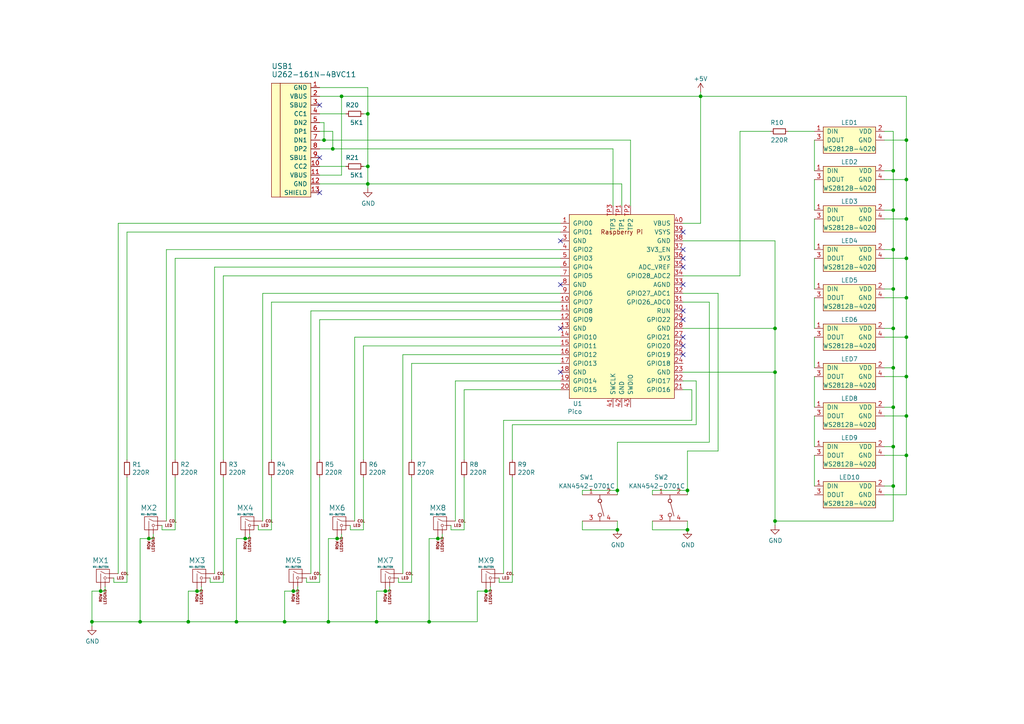
<source format=kicad_sch>
(kicad_sch (version 20211123) (generator eeschema)
  (paper "A4")
  (lib_symbols
    (symbol "Device:R_Small" (pin_numbers hide) (pin_names (offset 0.254) hide)
      (property "Reference" "R" (at 0.762 0.508 0))
      (property "Value" "R_Small" (at 0.762 -1.016 0))
      (symbol "R_Small_0_1"
        (rectangle (start -0.762 1.778) (end 0.762 -1.778) (stroke (width 0.2032)))
      )
      (symbol "R_Small_1_1"
        (pin passive line (at 0 2.54 270) (length 0.762) (name "~") (number "1"))
        (pin passive line (at 0 -2.54 90) (length 0.762) (name "~") (number "2"))
      )
    )
    (symbol "K2-1102SP-C4SC-04:K2-1102SP-C4SC-04" (pin_names (offset 0) hide)
      (property "Reference" "SW" (at 3.81 0 90))
      (property "Value" "K2-1102SP-C4SC-04" (at 0 6.35 0))
      (symbol "K2-1102SP-C4SC-04_0_0"
        (circle (center 0 -2.032) (radius 0.508))
        (polyline (pts (xy 0.127 1.524) (xy 1.1684 -2.3622)))
        (circle (center 0 2.032) (radius 0.508))
        (circle (center 0 2.032) (radius 0.508))
      )
      (symbol "K2-1102SP-C4SC-04_0_1"
        (polyline (pts (xy 0 -2.54) (xy 0 -3.81)))
        (polyline (pts (xy 0 3.81) (xy 0 2.54)))
      )
      (symbol "K2-1102SP-C4SC-04_1_1"
        (pin passive line (at -5.08 3.81 0) (length 5.08) (name "~") (number "1"))
        (pin passive line (at 5.08 3.81 180) (length 5.08) (name "~") (number "2"))
        (pin passive line (at -5.08 -3.81 0) (length 5.08) (name "~") (number "3"))
        (pin passive line (at 5.08 -3.81 180) (length 5.08) (name "~") (number "4"))
      )
    )
    (symbol "MCU_RaspberryPi_and_Boards:Pico" (pin_names (offset 1.016))
      (property "Reference" "U" (at -13.97 27.94 0))
      (property "Value" "Pico" (at 0 19.05 0))
      (symbol "Pico_0_0"
        (text "Raspberry Pi" (at 0 21.59 0) (effects (font (size 1.27 1.27))))
      )
      (symbol "Pico_0_1"
        (rectangle (start -15.24 26.67) (end 15.24 -26.67) (fill (type background)))
      )
      (symbol "Pico_1_1"
        (pin bidirectional line (at -17.78 24.13 0) (length 2.54) (name "GPIO0") (number "1"))
        (pin bidirectional line (at -17.78 1.27 0) (length 2.54) (name "GPIO7") (number "10"))
        (pin bidirectional line (at -17.78 -1.27 0) (length 2.54) (name "GPIO8") (number "11"))
        (pin bidirectional line (at -17.78 -3.81 0) (length 2.54) (name "GPIO9") (number "12"))
        (pin power_in line (at -17.78 -6.35 0) (length 2.54) (name "GND") (number "13"))
        (pin bidirectional line (at -17.78 -8.89 0) (length 2.54) (name "GPIO10") (number "14"))
        (pin bidirectional line (at -17.78 -11.43 0) (length 2.54) (name "GPIO11") (number "15"))
        (pin bidirectional line (at -17.78 -13.97 0) (length 2.54) (name "GPIO12") (number "16"))
        (pin bidirectional line (at -17.78 -16.51 0) (length 2.54) (name "GPIO13") (number "17"))
        (pin power_in line (at -17.78 -19.05 0) (length 2.54) (name "GND") (number "18"))
        (pin bidirectional line (at -17.78 -21.59 0) (length 2.54) (name "GPIO14") (number "19"))
        (pin bidirectional line (at -17.78 21.59 0) (length 2.54) (name "GPIO1") (number "2"))
        (pin bidirectional line (at -17.78 -24.13 0) (length 2.54) (name "GPIO15") (number "20"))
        (pin bidirectional line (at 17.78 -24.13 180) (length 2.54) (name "GPIO16") (number "21"))
        (pin bidirectional line (at 17.78 -21.59 180) (length 2.54) (name "GPIO17") (number "22"))
        (pin power_in line (at 17.78 -19.05 180) (length 2.54) (name "GND") (number "23"))
        (pin bidirectional line (at 17.78 -16.51 180) (length 2.54) (name "GPIO18") (number "24"))
        (pin bidirectional line (at 17.78 -13.97 180) (length 2.54) (name "GPIO19") (number "25"))
        (pin bidirectional line (at 17.78 -11.43 180) (length 2.54) (name "GPIO20") (number "26"))
        (pin bidirectional line (at 17.78 -8.89 180) (length 2.54) (name "GPIO21") (number "27"))
        (pin power_in line (at 17.78 -6.35 180) (length 2.54) (name "GND") (number "28"))
        (pin bidirectional line (at 17.78 -3.81 180) (length 2.54) (name "GPIO22") (number "29"))
        (pin power_in line (at -17.78 19.05 0) (length 2.54) (name "GND") (number "3"))
        (pin input line (at 17.78 -1.27 180) (length 2.54) (name "RUN") (number "30"))
        (pin bidirectional line (at 17.78 1.27 180) (length 2.54) (name "GPIO26_ADC0") (number "31"))
        (pin bidirectional line (at 17.78 3.81 180) (length 2.54) (name "GPIO27_ADC1") (number "32"))
        (pin power_in line (at 17.78 6.35 180) (length 2.54) (name "AGND") (number "33"))
        (pin bidirectional line (at 17.78 8.89 180) (length 2.54) (name "GPIO28_ADC2") (number "34"))
        (pin unspecified line (at 17.78 11.43 180) (length 2.54) (name "ADC_VREF") (number "35"))
        (pin unspecified line (at 17.78 13.97 180) (length 2.54) (name "3V3") (number "36"))
        (pin input line (at 17.78 16.51 180) (length 2.54) (name "3V3_EN") (number "37"))
        (pin bidirectional line (at 17.78 19.05 180) (length 2.54) (name "GND") (number "38"))
        (pin unspecified line (at 17.78 21.59 180) (length 2.54) (name "VSYS") (number "39"))
        (pin bidirectional line (at -17.78 16.51 0) (length 2.54) (name "GPIO2") (number "4"))
        (pin unspecified line (at 17.78 24.13 180) (length 2.54) (name "VBUS") (number "40"))
        (pin input line (at -2.54 -29.21 90) (length 2.54) (name "SWCLK") (number "41"))
        (pin power_in line (at 0 -29.21 90) (length 2.54) (name "GND") (number "42"))
        (pin bidirectional line (at 2.54 -29.21 90) (length 2.54) (name "SWDIO") (number "43"))
        (pin bidirectional line (at -17.78 13.97 0) (length 2.54) (name "GPIO3") (number "5"))
        (pin bidirectional line (at -17.78 11.43 0) (length 2.54) (name "GPIO4") (number "6"))
        (pin bidirectional line (at -17.78 8.89 0) (length 2.54) (name "GPIO5") (number "7"))
        (pin power_in line (at -17.78 6.35 0) (length 2.54) (name "GND") (number "8"))
        (pin bidirectional line (at -17.78 3.81 0) (length 2.54) (name "GPIO6") (number "9"))
        (pin unspecified line (at 0 29.21 270) (length 2.54) (name "TP1") (number "TP1"))
        (pin bidirectional line (at 2.54 29.21 270) (length 2.54) (name "TP2") (number "TP2"))
        (pin bidirectional line (at -2.54 29.21 270) (length 2.54) (name "TP3") (number "TP3"))
      )
    )
    (symbol "MX_Alps_Hybrid:MX-LED" (pin_names (offset 1.016))
      (property "Reference" "MX" (at -0.635 3.81 0))
      (property "Value" "MX-LED" (at -0.635 1.27 0))
      (symbol "MX-LED_0_0"
        (rectangle (start -2.54 2.54) (end 1.27 -1.27))
        (polyline (pts (xy -1.27 -1.27) (xy -1.27 1.27)) (stroke (width 0.127)))
        (polyline (pts (xy 0 -1.27) (xy 0 -0.635)) (stroke (width 0.127)))
        (polyline (pts (xy 1.27 0) (xy 0.635 0)) (stroke (width 0.127)))
        (polyline (pts (xy 1.27 1.27) (xy 0 1.27) (xy -1.27 1.905)) (stroke (width 0.127)))
        (circle (center 0 0) (radius 0.3556) (stroke (width 0.127)))
        (text "COL" (at 5.715 1.27 0) (effects (font (size 0.762 0.762))))
        (text "LED" (at 4.445 0 0) (effects (font (size 0.762 0.762))))
        (text "ROW" (at -1.27 -4.445 900) (effects (font (size 0.762 0.762)) (justify right)))
      )
      (symbol "MX-LED_1_0"
        (text "LEDGND" (at 0 -3.175 900) (effects (font (size 0.762 0.762)) (justify right)))
      )
      (symbol "MX-LED_1_1"
        (pin passive line (at 3.81 1.27 180) (length 2.54) (name "COL") (number "1"))
        (pin passive line (at -1.27 -3.81 90) (length 2.54) (name "ROW") (number "2"))
        (pin input line (at 2.54 0 180) (length 1.27) (name "LED") (number "3"))
        (pin passive line (at 0 -2.54 90) (length 1.27) (name "LEDGND") (number "4"))
      )
    )
    (symbol "Type-C:HRO-TYPE-C-31-M-12" (pin_names (offset 1.016))
      (property "Reference" "USB" (at -5.08 16.51 0))
      (property "Value" "HRO-TYPE-C-31-M-12" (at -10.16 -1.27 90))
      (symbol "HRO-TYPE-C-31-M-12_0_1"
        (rectangle (start -11.43 15.24) (end -8.89 -17.78) (fill (type background)))
        (rectangle (start 0 -17.78) (end -8.89 15.24) (fill (type background)))
      )
      (symbol "HRO-TYPE-C-31-M-12_1_1"
        (pin input line (at 2.54 13.97 180) (length 2.54) (name "GND") (number "1"))
        (pin input line (at 2.54 -8.89 180) (length 2.54) (name "CC2") (number "10"))
        (pin input line (at 2.54 -11.43 180) (length 2.54) (name "VBUS") (number "11"))
        (pin input line (at 2.54 -13.97 180) (length 2.54) (name "GND") (number "12"))
        (pin input line (at 2.54 -16.51 180) (length 2.54) (name "SHIELD") (number "13"))
        (pin input line (at 2.54 11.43 180) (length 2.54) (name "VBUS") (number "2"))
        (pin input line (at 2.54 8.89 180) (length 2.54) (name "SBU2") (number "3"))
        (pin input line (at 2.54 6.35 180) (length 2.54) (name "CC1") (number "4"))
        (pin input line (at 2.54 3.81 180) (length 2.54) (name "DN2") (number "5"))
        (pin input line (at 2.54 1.27 180) (length 2.54) (name "DP1") (number "6"))
        (pin input line (at 2.54 -1.27 180) (length 2.54) (name "DN1") (number "7"))
        (pin input line (at 2.54 -3.81 180) (length 2.54) (name "DP2") (number "8"))
        (pin input line (at 2.54 -6.35 180) (length 2.54) (name "SBU1") (number "9"))
      )
    )
    (symbol "agg-kicad:WS2812B-4020" (pin_names (offset 1.016))
      (property "Reference" "LED" (at -7.62 5.08 0))
      (property "Value" "WS2812B-4020" (at -7.62 -5.08 0))
      (symbol "WS2812B-4020_0_0"
        (pin input line (at 10.16 2.54 180) (length 2.54) (name "DIN") (number "1"))
        (pin power_in line (at -10.16 2.54 0) (length 2.54) (name "VDD") (number "2"))
        (pin output line (at 10.16 0 180) (length 2.54) (name "DOUT") (number "3"))
        (pin power_in line (at -10.16 0 0) (length 2.54) (name "GND") (number "4"))
      )
      (symbol "WS2812B-4020_0_1"
        (rectangle (start -7.62 3.81) (end 7.62 -3.81) (fill (type background)))
      )
    )
    (symbol "power:+5V" (power) (pin_names (offset 0))
      (property "Value" "+5V" (at 0 3.556 0))
      (symbol "+5V_0_1"
        (polyline (pts (xy -0.762 1.27) (xy 0 2.54)))
        (polyline (pts (xy 0 0) (xy 0 2.54)))
        (polyline (pts (xy 0 2.54) (xy 0.762 1.27)))
      )
      (symbol "+5V_1_1"
        (pin power_in line (at 0 0 90) (length 0) hide (name "+5V") (number "1"))
      )
    )
    (symbol "power:GND" (power) (pin_names (offset 0))
      (property "Value" "GND" (at 0 -3.81 0))
      (symbol "GND_0_1"
        (polyline (pts (xy 0 0) (xy 0 -1.27) (xy 1.27 -1.27) (xy 0 -2.54) (xy -1.27 -1.27) (xy 0 -1.27)))
      )
      (symbol "GND_1_1"
        (pin power_in line (at 0 0 270) (length 0) hide (name "GND") (number "1"))
      )
    )
  )
  (junction (at 109.22 180.34))
  (junction (at 40.64 180.34))
  (junction (at 96.52 43.18))
  (junction (at 262.89 86.36))
  (junction (at 111.76 171.45))
  (junction (at 97.79 156.21))
  (junction (at 262.89 97.79))
  (junction (at 179.07 142.24))
  (junction (at 203.2 27.94))
  (junction (at 68.58 180.34))
  (junction (at 259.08 60.96))
  (junction (at 199.39 142.24))
  (junction (at 259.08 106.68))
  (junction (at 259.08 49.53))
  (junction (at 95.25 180.34))
  (junction (at 99.06 27.94))
  (junction (at 262.89 74.93))
  (junction (at 106.68 53.34))
  (junction (at 262.89 109.22))
  (junction (at 26.67 180.34))
  (junction (at 259.08 129.54))
  (junction (at 54.61 180.34))
  (junction (at 179.07 153.67))
  (junction (at 262.89 52.07))
  (junction (at 43.18 156.21))
  (junction (at 259.08 95.25))
  (junction (at 140.97 171.45))
  (junction (at 71.12 156.21))
  (junction (at 259.08 140.97))
  (junction (at 259.08 72.39))
  (junction (at 259.08 118.11))
  (junction (at 85.09 171.45))
  (junction (at 262.89 40.64))
  (junction (at 262.89 132.08))
  (junction (at 82.55 180.34))
  (junction (at 124.46 180.34))
  (junction (at 106.68 48.26))
  (junction (at 259.08 83.82))
  (junction (at 106.68 33.02))
  (junction (at 127 156.21))
  (junction (at 262.89 63.5))
  (junction (at 199.39 153.67))
  (junction (at 29.21 171.45))
  (junction (at 224.79 151.13))
  (junction (at 57.15 171.45))
  (junction (at 224.79 95.25))
  (junction (at 262.89 120.65))
  (junction (at 93.98 40.64))
  (junction (at 224.79 107.95))
  (no_connect (at 92.71 55.88))
  (no_connect (at 92.71 30.48))
  (no_connect (at 92.71 45.72))
  (no_connect (at 198.12 82.55))
  (no_connect (at 198.12 90.17))
  (no_connect (at 198.12 92.71))
  (no_connect (at 198.12 97.79))
  (no_connect (at 198.12 100.33))
  (no_connect (at 198.12 102.87))
  (no_connect (at 198.12 67.31))
  (no_connect (at 198.12 72.39))
  (no_connect (at 198.12 74.93))
  (no_connect (at 198.12 77.47))
  (no_connect (at 162.56 69.85))
  (no_connect (at 162.56 82.55))
  (no_connect (at 162.56 95.25))
  (no_connect (at 162.56 107.95))
  (wire (pts (xy 62.23 77.47) (xy 162.56 77.47)))
  (wire (pts (xy 36.83 67.31) (xy 36.83 133.35)))
  (wire (pts (xy 106.68 25.4) (xy 106.68 33.02)))
  (wire (pts (xy 179.07 153.67) (xy 179.07 151.13)))
  (wire (pts (xy 134.62 113.03) (xy 134.62 133.35)))
  (wire (pts (xy 168.91 151.13) (xy 168.91 153.67)))
  (wire (pts (xy 198.12 107.95) (xy 224.79 107.95)))
  (wire (pts (xy 200.66 113.03) (xy 198.12 113.03)))
  (wire (pts (xy 76.2 85.09) (xy 162.56 85.09)))
  (wire (pts (xy 199.39 153.67) (xy 199.39 151.13)))
  (wire (pts (xy 259.08 140.97) (xy 259.08 151.13)))
  (wire (pts (xy 72.39 156.21) (xy 71.12 156.21)))
  (wire (pts (xy 115.57 167.64) (xy 115.57 168.91)))
  (wire (pts (xy 92.71 40.64) (xy 93.98 40.64)))
  (wire (pts (xy 256.54 95.25) (xy 259.08 95.25)))
  (wire (pts (xy 256.54 49.53) (xy 259.08 49.53)))
  (wire (pts (xy 113.03 170.18) (xy 113.03 171.45)))
  (wire (pts (xy 99.06 50.8) (xy 99.06 27.94)))
  (wire (pts (xy 259.08 72.39) (xy 259.08 83.82)))
  (wire (pts (xy 236.22 132.08) (xy 236.22 140.97)))
  (wire (pts (xy 224.79 69.85) (xy 224.79 95.25)))
  (wire (pts (xy 256.54 120.65) (xy 262.89 120.65)))
  (wire (pts (xy 256.54 74.93) (xy 262.89 74.93)))
  (wire (pts (xy 57.15 171.45) (xy 54.61 171.45)))
  (wire (pts (xy 214.63 38.1) (xy 223.52 38.1)))
  (wire (pts (xy 189.23 151.13) (xy 189.23 153.67)))
  (wire (pts (xy 198.12 87.63) (xy 205.74 87.63)))
  (wire (pts (xy 256.54 52.07) (xy 262.89 52.07)))
  (wire (pts (xy 109.22 171.45) (xy 109.22 180.34)))
  (wire (pts (xy 88.9 168.91) (xy 92.71 168.91)))
  (wire (pts (xy 99.06 154.94) (xy 99.06 156.21)))
  (wire (pts (xy 256.54 83.82) (xy 259.08 83.82)))
  (wire (pts (xy 116.84 102.87) (xy 116.84 166.37)))
  (wire (pts (xy 162.56 72.39) (xy 48.26 72.39)))
  (wire (pts (xy 82.55 171.45) (xy 82.55 180.34)))
  (wire (pts (xy 177.8 43.18) (xy 96.52 43.18)))
  (wire (pts (xy 236.22 74.93) (xy 236.22 83.82)))
  (wire (pts (xy 119.38 105.41) (xy 162.56 105.41)))
  (wire (pts (xy 101.6 153.67) (xy 105.41 153.67)))
  (wire (pts (xy 259.08 49.53) (xy 259.08 60.96)))
  (wire (pts (xy 144.78 167.64) (xy 144.78 168.91)))
  (wire (pts (xy 64.77 80.01) (xy 162.56 80.01)))
  (wire (pts (xy 146.05 121.92) (xy 146.05 166.37)))
  (wire (pts (xy 256.54 132.08) (xy 262.89 132.08)))
  (wire (pts (xy 201.93 110.49) (xy 198.12 110.49)))
  (wire (pts (xy 168.91 153.67) (xy 179.07 153.67)))
  (wire (pts (xy 101.6 152.4) (xy 101.6 153.67)))
  (wire (pts (xy 36.83 138.43) (xy 36.83 168.91)))
  (wire (pts (xy 71.12 156.21) (xy 68.58 156.21)))
  (wire (pts (xy 198.12 80.01) (xy 214.63 80.01)))
  (wire (pts (xy 30.48 170.18) (xy 30.48 171.45)))
  (wire (pts (xy 148.59 123.19) (xy 201.93 123.19)))
  (wire (pts (xy 78.74 87.63) (xy 78.74 133.35)))
  (wire (pts (xy 224.79 151.13) (xy 224.79 152.4)))
  (wire (pts (xy 46.99 152.4) (xy 46.99 153.67)))
  (wire (pts (xy 44.45 156.21) (xy 43.18 156.21)))
  (wire (pts (xy 236.22 63.5) (xy 236.22 72.39)))
  (wire (pts (xy 99.06 156.21) (xy 97.79 156.21)))
  (wire (pts (xy 262.89 74.93) (xy 262.89 86.36)))
  (wire (pts (xy 26.67 181.61) (xy 26.67 180.34)))
  (wire (pts (xy 40.64 156.21) (xy 40.64 180.34)))
  (wire (pts (xy 262.89 97.79) (xy 262.89 109.22)))
  (wire (pts (xy 97.79 156.21) (xy 95.25 156.21)))
  (wire (pts (xy 124.46 180.34) (xy 109.22 180.34)))
  (wire (pts (xy 262.89 109.22) (xy 262.89 120.65)))
  (wire (pts (xy 256.54 72.39) (xy 259.08 72.39)))
  (wire (pts (xy 119.38 105.41) (xy 119.38 133.35)))
  (wire (pts (xy 262.89 52.07) (xy 262.89 63.5)))
  (wire (pts (xy 208.28 85.09) (xy 208.28 130.81)))
  (wire (pts (xy 105.41 100.33) (xy 162.56 100.33)))
  (wire (pts (xy 93.98 35.56) (xy 93.98 40.64)))
  (wire (pts (xy 199.39 142.24) (xy 199.39 143.51)))
  (wire (pts (xy 92.71 92.71) (xy 92.71 133.35)))
  (wire (pts (xy 105.41 138.43) (xy 105.41 153.67)))
  (wire (pts (xy 236.22 52.07) (xy 236.22 60.96)))
  (wire (pts (xy 33.02 167.64) (xy 33.02 168.91)))
  (wire (pts (xy 182.88 40.64) (xy 93.98 40.64)))
  (wire (pts (xy 256.54 143.51) (xy 262.89 143.51)))
  (wire (pts (xy 179.07 142.24) (xy 179.07 143.51)))
  (wire (pts (xy 26.67 180.34) (xy 26.67 171.45)))
  (wire (pts (xy 124.46 156.21) (xy 124.46 180.34)))
  (wire (pts (xy 72.39 154.94) (xy 72.39 156.21)))
  (wire (pts (xy 214.63 38.1) (xy 214.63 80.01)))
  (wire (pts (xy 92.71 53.34) (xy 106.68 53.34)))
  (wire (pts (xy 96.52 38.1) (xy 96.52 43.18)))
  (wire (pts (xy 228.6 38.1) (xy 236.22 38.1)))
  (wire (pts (xy 34.29 64.77) (xy 34.29 166.37)))
  (wire (pts (xy 262.89 63.5) (xy 262.89 74.93)))
  (wire (pts (xy 256.54 118.11) (xy 259.08 118.11)))
  (wire (pts (xy 46.99 153.67) (xy 50.8 153.67)))
  (wire (pts (xy 88.9 167.64) (xy 88.9 168.91)))
  (wire (pts (xy 26.67 171.45) (xy 29.21 171.45)))
  (wire (pts (xy 182.88 59.69) (xy 182.88 40.64)))
  (wire (pts (xy 64.77 80.01) (xy 64.77 133.35)))
  (wire (pts (xy 40.64 180.34) (xy 54.61 180.34)))
  (wire (pts (xy 180.34 59.69) (xy 180.34 53.34)))
  (wire (pts (xy 105.41 100.33) (xy 105.41 133.35)))
  (wire (pts (xy 262.89 86.36) (xy 262.89 97.79)))
  (wire (pts (xy 259.08 60.96) (xy 259.08 72.39)))
  (wire (pts (xy 256.54 38.1) (xy 259.08 38.1)))
  (wire (pts (xy 208.28 130.81) (xy 199.39 130.81)))
  (wire (pts (xy 138.43 180.34) (xy 124.46 180.34)))
  (wire (pts (xy 68.58 180.34) (xy 54.61 180.34)))
  (wire (pts (xy 259.08 129.54) (xy 259.08 140.97)))
  (wire (pts (xy 62.23 77.47) (xy 62.23 166.37)))
  (wire (pts (xy 256.54 129.54) (xy 259.08 129.54)))
  (wire (pts (xy 44.45 154.94) (xy 44.45 156.21)))
  (wire (pts (xy 201.93 123.19) (xy 201.93 110.49)))
  (wire (pts (xy 92.71 50.8) (xy 99.06 50.8)))
  (wire (pts (xy 40.64 156.21) (xy 43.18 156.21)))
  (wire (pts (xy 99.06 27.94) (xy 203.2 27.94)))
  (wire (pts (xy 256.54 106.68) (xy 259.08 106.68)))
  (wire (pts (xy 259.08 38.1) (xy 259.08 49.53)))
  (wire (pts (xy 262.89 132.08) (xy 262.89 143.51)))
  (wire (pts (xy 92.71 43.18) (xy 96.52 43.18)))
  (wire (pts (xy 138.43 171.45) (xy 138.43 180.34)))
  (wire (pts (xy 200.66 121.92) (xy 146.05 121.92)))
  (wire (pts (xy 236.22 86.36) (xy 236.22 95.25)))
  (wire (pts (xy 262.89 120.65) (xy 262.89 132.08)))
  (wire (pts (xy 58.42 171.45) (xy 57.15 171.45)))
  (wire (pts (xy 130.81 152.4) (xy 130.81 153.67)))
  (wire (pts (xy 189.23 153.67) (xy 199.39 153.67)))
  (wire (pts (xy 76.2 85.09) (xy 76.2 151.13)))
  (wire (pts (xy 162.56 64.77) (xy 34.29 64.77)))
  (wire (pts (xy 142.24 171.45) (xy 140.97 171.45)))
  (wire (pts (xy 92.71 48.26) (xy 100.33 48.26)))
  (wire (pts (xy 224.79 107.95) (xy 224.79 151.13)))
  (wire (pts (xy 256.54 97.79) (xy 262.89 97.79)))
  (wire (pts (xy 142.24 170.18) (xy 142.24 171.45)))
  (wire (pts (xy 177.8 59.69) (xy 177.8 43.18)))
  (wire (pts (xy 64.77 138.43) (xy 64.77 168.91)))
  (wire (pts (xy 132.08 110.49) (xy 162.56 110.49)))
  (wire (pts (xy 92.71 33.02) (xy 100.33 33.02)))
  (wire (pts (xy 189.23 143.51) (xy 189.23 142.24)))
  (wire (pts (xy 78.74 87.63) (xy 162.56 87.63)))
  (wire (pts (xy 168.91 142.24) (xy 179.07 142.24)))
  (wire (pts (xy 236.22 120.65) (xy 236.22 129.54)))
  (wire (pts (xy 128.27 156.21) (xy 127 156.21)))
  (wire (pts (xy 74.93 153.67) (xy 78.74 153.67)))
  (wire (pts (xy 106.68 48.26) (xy 105.41 48.26)))
  (wire (pts (xy 109.22 180.34) (xy 95.25 180.34)))
  (wire (pts (xy 36.83 67.31) (xy 162.56 67.31)))
  (wire (pts (xy 180.34 53.34) (xy 106.68 53.34)))
  (wire (pts (xy 113.03 171.45) (xy 111.76 171.45)))
  (wire (pts (xy 58.42 170.18) (xy 58.42 171.45)))
  (wire (pts (xy 259.08 83.82) (xy 259.08 95.25)))
  (wire (pts (xy 92.71 25.4) (xy 106.68 25.4)))
  (wire (pts (xy 92.71 27.94) (xy 99.06 27.94)))
  (wire (pts (xy 162.56 97.79) (xy 102.87 97.79)))
  (wire (pts (xy 236.22 40.64) (xy 236.22 49.53)))
  (wire (pts (xy 111.76 171.45) (xy 109.22 171.45)))
  (wire (pts (xy 236.22 109.22) (xy 236.22 118.11)))
  (wire (pts (xy 199.39 130.81) (xy 199.39 142.24)))
  (wire (pts (xy 115.57 168.91) (xy 119.38 168.91)))
  (wire (pts (xy 256.54 40.64) (xy 262.89 40.64)))
  (wire (pts (xy 60.96 168.91) (xy 64.77 168.91)))
  (wire (pts (xy 119.38 138.43) (xy 119.38 168.91)))
  (wire (pts (xy 224.79 95.25) (xy 224.79 107.95)))
  (wire (pts (xy 259.08 106.68) (xy 259.08 118.11)))
  (wire (pts (xy 162.56 113.03) (xy 134.62 113.03)))
  (wire (pts (xy 256.54 86.36) (xy 262.89 86.36)))
  (wire (pts (xy 54.61 171.45) (xy 54.61 180.34)))
  (wire (pts (xy 86.36 170.18) (xy 86.36 171.45)))
  (wire (pts (xy 262.89 40.64) (xy 262.89 52.07)))
  (wire (pts (xy 128.27 154.94) (xy 128.27 156.21)))
  (wire (pts (xy 198.12 69.85) (xy 224.79 69.85)))
  (wire (pts (xy 140.97 171.45) (xy 138.43 171.45)))
  (wire (pts (xy 198.12 95.25) (xy 224.79 95.25)))
  (wire (pts (xy 90.17 90.17) (xy 162.56 90.17)))
  (wire (pts (xy 106.68 33.02) (xy 106.68 48.26)))
  (wire (pts (xy 236.22 97.79) (xy 236.22 106.68)))
  (wire (pts (xy 50.8 74.93) (xy 162.56 74.93)))
  (wire (pts (xy 262.89 27.94) (xy 262.89 40.64)))
  (wire (pts (xy 127 156.21) (xy 124.46 156.21)))
  (wire (pts (xy 132.08 151.13) (xy 132.08 110.49)))
  (wire (pts (xy 106.68 53.34) (xy 106.68 54.61)))
  (wire (pts (xy 224.79 151.13) (xy 259.08 151.13)))
  (wire (pts (xy 82.55 180.34) (xy 68.58 180.34)))
  (wire (pts (xy 148.59 168.91) (xy 148.59 138.43)))
  (wire (pts (xy 203.2 27.94) (xy 262.89 27.94)))
  (wire (pts (xy 90.17 90.17) (xy 90.17 166.37)))
  (wire (pts (xy 148.59 133.35) (xy 148.59 123.19)))
  (wire (pts (xy 92.71 138.43) (xy 92.71 168.91)))
  (wire (pts (xy 259.08 95.25) (xy 259.08 106.68)))
  (wire (pts (xy 26.67 180.34) (xy 40.64 180.34)))
  (wire (pts (xy 86.36 171.45) (xy 85.09 171.45)))
  (wire (pts (xy 68.58 156.21) (xy 68.58 180.34)))
  (wire (pts (xy 30.48 171.45) (xy 29.21 171.45)))
  (wire (pts (xy 33.02 168.91) (xy 36.83 168.91)))
  (wire (pts (xy 92.71 92.71) (xy 162.56 92.71)))
  (wire (pts (xy 256.54 63.5) (xy 262.89 63.5)))
  (wire (pts (xy 189.23 142.24) (xy 199.39 142.24)))
  (wire (pts (xy 256.54 140.97) (xy 259.08 140.97)))
  (wire (pts (xy 168.91 143.51) (xy 168.91 142.24)))
  (wire (pts (xy 203.2 27.94) (xy 203.2 26.67)))
  (wire (pts (xy 256.54 60.96) (xy 259.08 60.96)))
  (wire (pts (xy 60.96 167.64) (xy 60.96 168.91)))
  (wire (pts (xy 92.71 38.1) (xy 96.52 38.1)))
  (wire (pts (xy 106.68 48.26) (xy 106.68 53.34)))
  (wire (pts (xy 205.74 128.27) (xy 179.07 128.27)))
  (wire (pts (xy 50.8 138.43) (xy 50.8 153.67)))
  (wire (pts (xy 92.71 35.56) (xy 93.98 35.56)))
  (wire (pts (xy 102.87 97.79) (xy 102.87 151.13)))
  (wire (pts (xy 162.56 102.87) (xy 116.84 102.87)))
  (wire (pts (xy 106.68 33.02) (xy 105.41 33.02)))
  (wire (pts (xy 130.81 153.67) (xy 134.62 153.67)))
  (wire (pts (xy 198.12 64.77) (xy 203.2 64.77)))
  (wire (pts (xy 198.12 85.09) (xy 208.28 85.09)))
  (wire (pts (xy 74.93 152.4) (xy 74.93 153.67)))
  (wire (pts (xy 48.26 72.39) (xy 48.26 151.13)))
  (wire (pts (xy 256.54 109.22) (xy 262.89 109.22)))
  (wire (pts (xy 85.09 171.45) (xy 82.55 171.45)))
  (wire (pts (xy 203.2 27.94) (xy 203.2 64.77)))
  (wire (pts (xy 95.25 156.21) (xy 95.25 180.34)))
  (wire (pts (xy 50.8 74.93) (xy 50.8 133.35)))
  (wire (pts (xy 259.08 118.11) (xy 259.08 129.54)))
  (wire (pts (xy 144.78 168.91) (xy 148.59 168.91)))
  (wire (pts (xy 134.62 138.43) (xy 134.62 153.67)))
  (wire (pts (xy 78.74 138.43) (xy 78.74 153.67)))
  (wire (pts (xy 179.07 128.27) (xy 179.07 142.24)))
  (wire (pts (xy 95.25 180.34) (xy 82.55 180.34)))
  (wire (pts (xy 200.66 113.03) (xy 200.66 121.92)))
  (wire (pts (xy 205.74 87.63) (xy 205.74 128.27)))
  (symbol (lib_id "MCU_RaspberryPi_and_Boards:Pico") (at 180.34 88.9 0) (unit 1)
    (property "Reference" "U1" (at 168.91 117.0686 0) (effects (justify right)))
    (property "Value" "Pico" (at 168.91 119.38 0) (effects (justify right)))
    (property "Footprint" "MCU_RaspberryPi_and_Boards:RPi_Pico_SMD" (effects hide))
  )
  (symbol (lib_id "MX_Alps_Hybrid:MX-LED") (at 30.48 167.64 0) (unit 1)
    (property "Reference" "MX1" (at 29.21 162.56 0) (effects (font (size 1.524 1.524))))
    (property "Value" "MX-BUTTON" (at 29.21 164.4396 0) (effects (font (size 0.508 0.508))))
    (property "Footprint" "MX_Only:MXOnly-Popn_Button-Hotswap-LED" (effects hide))
    (property "LCSC" "C440444" (effects hide))
  )
  (symbol (lib_id "MX_Alps_Hybrid:MX-LED") (at 44.45 152.4 0) (unit 1)
    (property "Reference" "MX2" (at 43.18 147.32 0) (effects (font (size 1.524 1.524))))
    (property "Value" "MX-BUTTON" (at 43.18 149.1996 0) (effects (font (size 0.508 0.508))))
    (property "Footprint" "MX_Only:MXOnly-Popn_Button-Hotswap-LED" (effects hide))
    (property "LCSC" "C26545" (effects hide))
  )
  (symbol (lib_id "MX_Alps_Hybrid:MX-LED") (at 58.42 167.64 0) (unit 1)
    (property "Reference" "MX3" (at 57.15 162.56 0) (effects (font (size 1.524 1.524))))
    (property "Value" "MX-BUTTON" (at 57.15 164.4396 0) (effects (font (size 0.508 0.508))))
    (property "Footprint" "MX_Only:MXOnly-Popn_Button-Hotswap-LED" (effects hide))
    (property "LCSC" "C26545" (effects hide))
  )
  (symbol (lib_id "MX_Alps_Hybrid:MX-LED") (at 72.39 152.4 0) (unit 1)
    (property "Reference" "MX4" (at 71.12 147.32 0) (effects (font (size 1.524 1.524))))
    (property "Value" "MX-BUTTON" (at 71.12 149.1996 0) (effects (font (size 0.508 0.508))))
    (property "Footprint" "MX_Only:MXOnly-Popn_Button-Hotswap-LED" (effects hide))
    (property "LCSC" "C26545" (effects hide))
  )
  (symbol (lib_id "MX_Alps_Hybrid:MX-LED") (at 86.36 167.64 0) (unit 1)
    (property "Reference" "MX5" (at 85.09 162.56 0) (effects (font (size 1.524 1.524))))
    (property "Value" "MX-BUTTON" (at 85.09 164.4396 0) (effects (font (size 0.508 0.508))))
    (property "Footprint" "MX_Only:MXOnly-Popn_Button-Hotswap-LED" (effects hide))
    (property "LCSC" "C26545" (effects hide))
  )
  (symbol (lib_id "MX_Alps_Hybrid:MX-LED") (at 99.06 152.4 0) (unit 1)
    (property "Reference" "MX6" (at 97.79 147.32 0) (effects (font (size 1.524 1.524))))
    (property "Value" "MX-BUTTON" (at 97.79 149.1996 0) (effects (font (size 0.508 0.508))))
    (property "Footprint" "MX_Only:MXOnly-Popn_Button-Hotswap-LED" (effects hide))
    (property "LCSC" "C440441" (effects hide))
  )
  (symbol (lib_id "MX_Alps_Hybrid:MX-LED") (at 113.03 167.64 0) (unit 1)
    (property "Reference" "MX7" (at 111.76 162.56 0) (effects (font (size 1.524 1.524))))
    (property "Value" "MX-BUTTON" (at 111.76 164.4396 0) (effects (font (size 0.508 0.508))))
    (property "Footprint" "MX_Only:MXOnly-Popn_Button-Hotswap-LED" (effects hide))
    (property "LCSC" "C440441" (effects hide))
  )
  (symbol (lib_id "Type-C:HRO-TYPE-C-31-M-12") (at 90.17 39.37 0) (unit 1)
    (property "Reference" "USB1" (at 78.74 19.2024 0) (effects (font (size 1.524 1.524)) (justify left)))
    (property "Value" "U262-161N-4BVC11" (at 78.74 21.59 0) (effects (font (size 1.524 1.524)) (justify left)))
    (property "Footprint" "Type-C:HRO-TYPE-C-31-M-12-Assembly" (effects hide))
    (property "LCSC" "C319148" (effects hide))
  )
  (symbol (lib_id "power:GND") (at 106.68 54.61 0) (unit 1)
    (property "Reference" "#PWR0112" (effects hide))
    (property "Value" "GND" (at 106.807 59.0042 0))
  )
  (symbol (lib_id "power:+5V") (at 203.2 26.67 0) (unit 1)
    (property "Reference" "#PWR0114" (effects hide))
    (property "Value" "+5V" (at 203.2 22.86 0))
  )
  (symbol (lib_id "Device:R_Small") (at 102.87 48.26 90) (unit 1)
    (property "Reference" "R21" (at 104.14 45.72 90) (effects (justify left)))
    (property "Value" "5K1" (at 105.41 50.8 90) (effects (justify left)))
    (property "Footprint" "Resistor_SMD:R_0603_1608Metric" (effects hide))
    (property "LCSC" "C23186" (effects hide))
  )
  (symbol (lib_id "Device:R_Small") (at 102.87 33.02 90) (unit 1)
    (property "Reference" "R20" (at 104.14 30.48 90) (effects (justify left)))
    (property "Value" "5K1" (at 105.41 35.56 90) (effects (justify left)))
    (property "Footprint" "Resistor_SMD:R_0603_1608Metric" (effects hide))
    (property "LCSC" "C23186" (effects hide))
  )
  (symbol (lib_id "Device:R_Small") (at 226.06 38.1 90) (unit 1)
    (property "Reference" "R10" (at 227.33 35.56 90) (effects (justify left)))
    (property "Value" "220R" (at 228.6 40.64 90) (effects (justify left)))
    (property "Footprint" "Resistor_SMD:R_0603_1608Metric" (effects hide))
    (property "LCSC" "C22962" (effects hide))
  )
  (symbol (lib_id "K2-1102SP-C4SC-04:K2-1102SP-C4SC-04") (at 173.99 147.32 0) (unit 1)
    (property "Reference" "SW1" (at 170.18 138.43 0))
    (property "Value" "KAN4542-0701C" (at 170.18 140.97 0))
    (property "Footprint" "K2-1102SP-C4SC-04:KAN4542-0701C" (effects hide))
    (property "LCSC" "C231726" (effects hide))
  )
  (symbol (lib_id "K2-1102SP-C4SC-04:K2-1102SP-C4SC-04") (at 194.31 147.32 0) (unit 1)
    (property "Reference" "SW2" (at 191.77 138.43 0))
    (property "Value" "KAN4542-0701C" (at 190.5 140.97 0))
    (property "Footprint" "K2-1102SP-C4SC-04:KAN4542-0701C" (effects hide))
    (property "LCSC" "C231726" (effects hide))
  )
  (symbol (lib_id "power:GND") (at 224.79 152.4 0) (unit 1)
    (property "Reference" "#PWR0103" (effects hide))
    (property "Value" "GND" (at 224.917 156.7942 0))
  )
  (symbol (lib_id "MX_Alps_Hybrid:MX-LED") (at 142.24 167.64 0) (unit 1)
    (property "Reference" "MX9" (at 140.97 162.56 0) (effects (font (size 1.524 1.524))))
    (property "Value" "MX-BUTTON" (at 140.97 164.4396 0) (effects (font (size 0.508 0.508))))
    (property "Footprint" "MX_Only:MXOnly-Popn_Button-Hotswap-LED" (effects hide))
    (property "LCSC" "C440441" (effects hide))
  )
  (symbol (lib_id "power:GND") (at 199.39 153.67 0) (unit 1)
    (property "Reference" "#PWR0104" (effects hide))
    (property "Value" "GND" (at 199.517 158.0642 0))
  )
  (symbol (lib_id "Device:R_Small") (at 78.74 135.89 0) (unit 1)
    (property "Reference" "R4" (at 80.2386 134.7216 0) (effects (justify left)))
    (property "Value" "220R" (at 80.2386 137.033 0) (effects (justify left)))
    (property "Footprint" "Resistor_SMD:R_0603_1608Metric" (effects hide))
    (property "LCSC" "C22962" (effects hide))
  )
  (symbol (lib_id "agg-kicad:WS2812B-4020") (at 246.38 132.08 0) (mirror y) (unit 1)
    (property "Reference" "LED9" (at 246.38 127 0))
    (property "Value" "WS2812B-4020" (at 246.38 134.62 0))
    (property "Footprint" "agg:WS2812B-4020" (effects hide))
    (property "Datasheet" "https://datasheet.lcsc.com/szlcsc/2012110135_Worldsemi-WS2812B-4020_C965557.pdf" (effects hide))
  )
  (symbol (lib_id "agg-kicad:WS2812B-4020") (at 246.38 120.65 0) (mirror y) (unit 1)
    (property "Reference" "LED8" (at 246.38 115.57 0))
    (property "Value" "WS2812B-4020" (at 246.38 123.19 0))
    (property "Footprint" "agg:WS2812B-4020" (effects hide))
    (property "Datasheet" "https://datasheet.lcsc.com/szlcsc/2012110135_Worldsemi-WS2812B-4020_C965557.pdf" (effects hide))
  )
  (symbol (lib_id "Device:R_Small") (at 148.59 135.89 0) (unit 1)
    (property "Reference" "R9" (at 150.0886 134.7216 0) (effects (justify left)))
    (property "Value" "220R" (at 150.0886 137.033 0) (effects (justify left)))
    (property "Footprint" "Resistor_SMD:R_0603_1608Metric" (effects hide))
    (property "LCSC" "C22962" (effects hide))
  )
  (symbol (lib_id "agg-kicad:WS2812B-4020") (at 246.38 63.5 0) (mirror y) (unit 1)
    (property "Reference" "LED3" (at 246.38 58.42 0))
    (property "Value" "WS2812B-4020" (at 246.38 66.04 0))
    (property "Footprint" "agg:WS2812B-4020" (effects hide))
    (property "Datasheet" "https://datasheet.lcsc.com/szlcsc/2012110135_Worldsemi-WS2812B-4020_C965557.pdf" (effects hide))
  )
  (symbol (lib_id "agg-kicad:WS2812B-4020") (at 246.38 74.93 0) (mirror y) (unit 1)
    (property "Reference" "LED4" (at 246.38 69.85 0))
    (property "Value" "WS2812B-4020" (at 246.38 77.47 0))
    (property "Footprint" "agg:WS2812B-4020" (effects hide))
    (property "Datasheet" "https://datasheet.lcsc.com/szlcsc/2012110135_Worldsemi-WS2812B-4020_C965557.pdf" (effects hide))
  )
  (symbol (lib_id "Device:R_Small") (at 64.77 135.89 0) (unit 1)
    (property "Reference" "R3" (at 66.2686 134.7216 0) (effects (justify left)))
    (property "Value" "220R" (at 66.2686 137.033 0) (effects (justify left)))
    (property "Footprint" "Resistor_SMD:R_0603_1608Metric" (effects hide))
    (property "LCSC" "C22962" (effects hide))
  )
  (symbol (lib_id "Device:R_Small") (at 105.41 135.89 0) (unit 1)
    (property "Reference" "R6" (at 106.9086 134.7216 0) (effects (justify left)))
    (property "Value" "220R" (at 106.9086 137.033 0) (effects (justify left)))
    (property "Footprint" "Resistor_SMD:R_0603_1608Metric" (effects hide))
    (property "LCSC" "C22962" (effects hide))
  )
  (symbol (lib_id "MX_Alps_Hybrid:MX-LED") (at 128.27 152.4 0) (unit 1)
    (property "Reference" "MX8" (at 127 147.32 0) (effects (font (size 1.524 1.524))))
    (property "Value" "MX-BUTTON" (at 127 149.1996 0) (effects (font (size 0.508 0.508))))
    (property "Footprint" "MX_Only:MXOnly-Popn_Button-Hotswap-LED" (effects hide))
    (property "LCSC" "C440441" (effects hide))
  )
  (symbol (lib_id "Device:R_Small") (at 134.62 135.89 0) (unit 1)
    (property "Reference" "R8" (at 136.1186 134.7216 0) (effects (justify left)))
    (property "Value" "220R" (at 136.1186 137.033 0) (effects (justify left)))
    (property "Footprint" "Resistor_SMD:R_0603_1608Metric" (effects hide))
    (property "LCSC" "C22962" (effects hide))
  )
  (symbol (lib_id "agg-kicad:WS2812B-4020") (at 246.38 40.64 0) (mirror y) (unit 1)
    (property "Reference" "LED1" (at 246.38 35.56 0))
    (property "Value" "WS2812B-4020" (at 246.38 43.18 0))
    (property "Footprint" "agg:WS2812B-4020" (effects hide))
    (property "Datasheet" "https://datasheet.lcsc.com/szlcsc/2012110135_Worldsemi-WS2812B-4020_C965557.pdf" (effects hide))
  )
  (symbol (lib_id "agg-kicad:WS2812B-4020") (at 246.38 143.51 0) (mirror y) (unit 1)
    (property "Reference" "LED10" (at 246.38 138.43 0))
    (property "Value" "WS2812B-4020" (at 246.38 146.05 0))
    (property "Footprint" "agg:WS2812B-4020" (effects hide))
    (property "Datasheet" "https://datasheet.lcsc.com/szlcsc/2012110135_Worldsemi-WS2812B-4020_C965557.pdf" (effects hide))
  )
  (symbol (lib_id "agg-kicad:WS2812B-4020") (at 246.38 109.22 0) (mirror y) (unit 1)
    (property "Reference" "LED7" (at 246.38 104.14 0))
    (property "Value" "WS2812B-4020" (at 246.38 111.76 0))
    (property "Footprint" "agg:WS2812B-4020" (effects hide))
    (property "Datasheet" "https://datasheet.lcsc.com/szlcsc/2012110135_Worldsemi-WS2812B-4020_C965557.pdf" (effects hide))
  )
  (symbol (lib_id "agg-kicad:WS2812B-4020") (at 246.38 97.79 0) (mirror y) (unit 1)
    (property "Reference" "LED6" (at 246.38 92.71 0))
    (property "Value" "WS2812B-4020" (at 246.38 100.33 0))
    (property "Footprint" "agg:WS2812B-4020" (effects hide))
    (property "Datasheet" "https://datasheet.lcsc.com/szlcsc/2012110135_Worldsemi-WS2812B-4020_C965557.pdf" (effects hide))
  )
  (symbol (lib_id "power:GND") (at 179.07 153.67 0) (unit 1)
    (property "Reference" "#PWR0102" (effects hide))
    (property "Value" "GND" (at 179.197 158.0642 0))
  )
  (symbol (lib_id "Device:R_Small") (at 92.71 135.89 0) (unit 1)
    (property "Reference" "R5" (at 94.2086 134.7216 0) (effects (justify left)))
    (property "Value" "220R" (at 94.2086 137.033 0) (effects (justify left)))
    (property "Footprint" "Resistor_SMD:R_0603_1608Metric" (effects hide))
    (property "LCSC" "C22962" (effects hide))
  )
  (symbol (lib_id "agg-kicad:WS2812B-4020") (at 246.38 52.07 0) (mirror y) (unit 1)
    (property "Reference" "LED2" (at 246.38 46.99 0))
    (property "Value" "WS2812B-4020" (at 246.38 54.61 0))
    (property "Footprint" "agg:WS2812B-4020" (effects hide))
    (property "Datasheet" "https://datasheet.lcsc.com/szlcsc/2012110135_Worldsemi-WS2812B-4020_C965557.pdf" (effects hide))
  )
  (symbol (lib_id "Device:R_Small") (at 119.38 135.89 0) (unit 1)
    (property "Reference" "R7" (at 120.8786 134.7216 0) (effects (justify left)))
    (property "Value" "220R" (at 120.8786 137.033 0) (effects (justify left)))
    (property "Footprint" "Resistor_SMD:R_0603_1608Metric" (effects hide))
    (property "LCSC" "C22962" (effects hide))
  )
  (symbol (lib_id "Device:R_Small") (at 36.83 135.89 0) (unit 1)
    (property "Reference" "R1" (at 38.3286 134.7216 0) (effects (justify left)))
    (property "Value" "220R" (at 38.3286 137.033 0) (effects (justify left)))
    (property "Footprint" "Resistor_SMD:R_0603_1608Metric" (effects hide))
    (property "LCSC" "C22962" (effects hide))
  )
  (symbol (lib_id "power:GND") (at 26.67 181.61 0) (unit 1)
    (property "Reference" "#PWR0101" (effects hide))
    (property "Value" "GND" (at 26.797 186.0042 0))
  )
  (symbol (lib_id "agg-kicad:WS2812B-4020") (at 246.38 86.36 0) (mirror y) (unit 1)
    (property "Reference" "LED5" (at 246.38 81.28 0))
    (property "Value" "WS2812B-4020" (at 246.38 88.9 0))
    (property "Footprint" "agg:WS2812B-4020" (effects hide))
    (property "Datasheet" "https://datasheet.lcsc.com/szlcsc/2012110135_Worldsemi-WS2812B-4020_C965557.pdf" (effects hide))
  )
  (symbol (lib_id "Device:R_Small") (at 50.8 135.89 0) (unit 1)
    (property "Reference" "R2" (at 52.2986 134.7216 0) (effects (justify left)))
    (property "Value" "220R" (at 52.2986 137.033 0) (effects (justify left)))
    (property "Footprint" "Resistor_SMD:R_0603_1608Metric" (effects hide))
    (property "LCSC" "C22962" (effects hide))
  )
)
</source>
